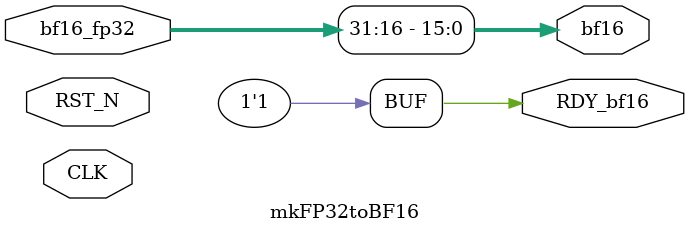
<source format=v>

`ifdef BSV_ASSIGNMENT_DELAY
`else
  `define BSV_ASSIGNMENT_DELAY
`endif

`ifdef BSV_POSITIVE_RESET
  `define BSV_RESET_VALUE 1'b1
  `define BSV_RESET_EDGE posedge
`else
  `define BSV_RESET_VALUE 1'b0
  `define BSV_RESET_EDGE negedge
`endif

module mkFP32toBF16(CLK,
		    RST_N,

		    bf16_fp32,
		    bf16,
		    RDY_bf16);
  input  CLK;
  input  RST_N;

  // value method bf16
  input  [31 : 0] bf16_fp32;
  output [15 : 0] bf16;
  output RDY_bf16;

  // signals for module outputs
  wire [15 : 0] bf16;
  wire RDY_bf16;

  // value method bf16
  assign bf16 = bf16_fp32[31:16] ;
  assign RDY_bf16 = 1'd1 ;
endmodule  // mkFP32toBF16


</source>
